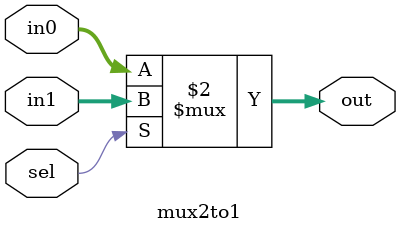
<source format=v>
module mux2to1(out, in0, in1, sel);

output [31:0] out;
reg [31:0] out;
input [31:0] in0, in1;
input sel;

always @(in0, in1, sel)
	out = sel ? in1: in0;
endmodule

</source>
